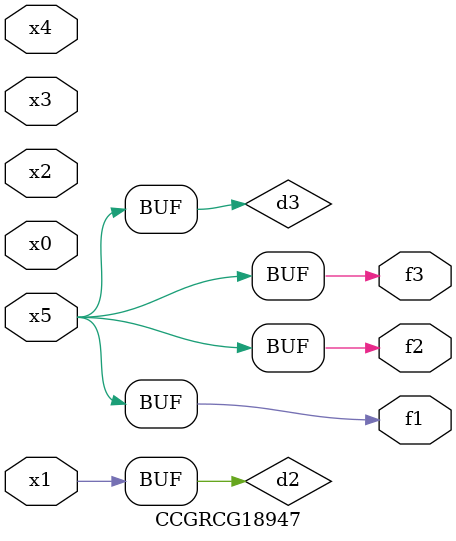
<source format=v>
module CCGRCG18947(
	input x0, x1, x2, x3, x4, x5,
	output f1, f2, f3
);

	wire d1, d2, d3;

	not (d1, x5);
	or (d2, x1);
	xnor (d3, d1);
	assign f1 = d3;
	assign f2 = d3;
	assign f3 = d3;
endmodule

</source>
